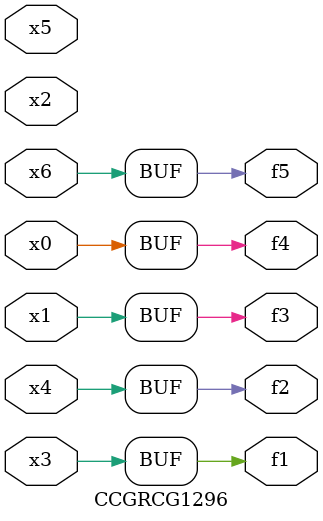
<source format=v>
module CCGRCG1296(
	input x0, x1, x2, x3, x4, x5, x6,
	output f1, f2, f3, f4, f5
);
	assign f1 = x3;
	assign f2 = x4;
	assign f3 = x1;
	assign f4 = x0;
	assign f5 = x6;
endmodule

</source>
